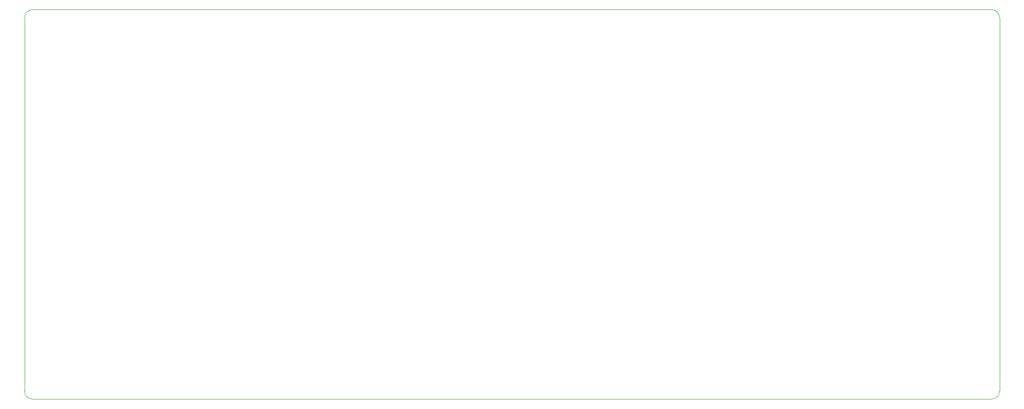
<source format=gbr>
G04 #@! TF.GenerationSoftware,KiCad,Pcbnew,(5.1.4)-1*
G04 #@! TF.CreationDate,2020-10-26T08:06:33-07:00*
G04 #@! TF.ProjectId,bottom plate,626f7474-6f6d-4207-906c-6174652e6b69,rev?*
G04 #@! TF.SameCoordinates,Original*
G04 #@! TF.FileFunction,Profile,NP*
%FSLAX46Y46*%
G04 Gerber Fmt 4.6, Leading zero omitted, Abs format (unit mm)*
G04 Created by KiCad (PCBNEW (5.1.4)-1) date 2020-10-26 08:06:33*
%MOMM*%
%LPD*%
G04 APERTURE LIST*
%ADD10C,0.050000*%
G04 APERTURE END LIST*
D10*
X207962500Y-17462500D02*
X20637500Y-17462500D01*
X209550000Y-92075000D02*
X209550000Y-19050000D01*
X20637500Y-93662500D02*
X207962500Y-93662500D01*
X19050000Y-19050000D02*
X19050000Y-92075000D01*
X19050000Y-19050000D02*
G75*
G02X20637500Y-17462500I1587500J0D01*
G01*
X207962500Y-17462500D02*
G75*
G02X209550000Y-19050000I0J-1587500D01*
G01*
X209550000Y-92075000D02*
G75*
G02X207962500Y-93662500I-1587500J0D01*
G01*
X20637500Y-93662500D02*
G75*
G02X19050000Y-92075000I0J1587500D01*
G01*
M02*

</source>
